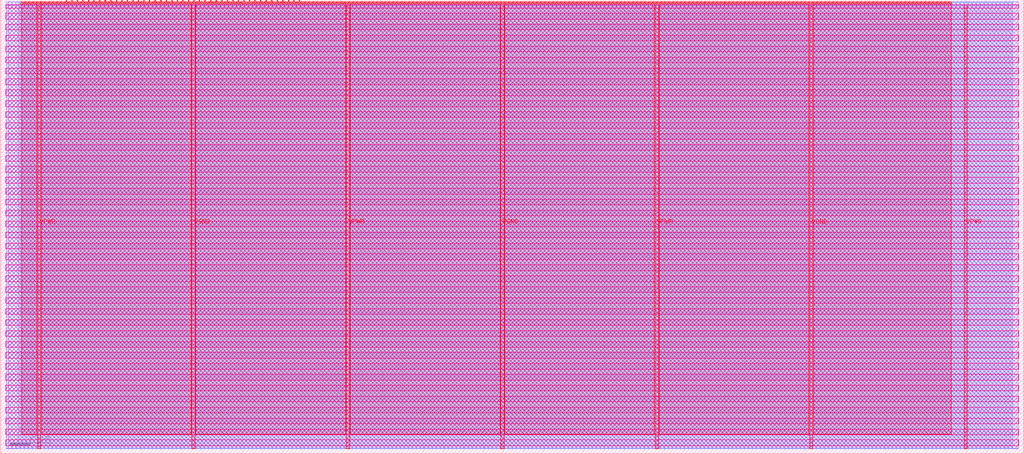
<source format=lef>
VERSION 5.7 ;
  NOWIREEXTENSIONATPIN ON ;
  DIVIDERCHAR "/" ;
  BUSBITCHARS "[]" ;
MACRO tt_um_urish_silife
  CLASS BLOCK ;
  FOREIGN tt_um_urish_silife ;
  ORIGIN 0.000 0.000 ;
  SIZE 508.760 BY 225.760 ;
  PIN VGND
    DIRECTION INOUT ;
    USE GROUND ;
    PORT
      LAYER met4 ;
        RECT 95.080 2.480 96.680 223.280 ;
    END
    PORT
      LAYER met4 ;
        RECT 248.680 2.480 250.280 223.280 ;
    END
    PORT
      LAYER met4 ;
        RECT 402.280 2.480 403.880 223.280 ;
    END
  END VGND
  PIN VPWR
    DIRECTION INOUT ;
    USE POWER ;
    PORT
      LAYER met4 ;
        RECT 18.280 2.480 19.880 223.280 ;
    END
    PORT
      LAYER met4 ;
        RECT 171.880 2.480 173.480 223.280 ;
    END
    PORT
      LAYER met4 ;
        RECT 325.480 2.480 327.080 223.280 ;
    END
    PORT
      LAYER met4 ;
        RECT 479.080 2.480 480.680 223.280 ;
    END
  END VPWR
  PIN clk
    DIRECTION INPUT ;
    USE SIGNAL ;
    ANTENNAGATEAREA 0.852000 ;
    PORT
      LAYER met4 ;
        RECT 145.670 224.760 145.970 225.760 ;
    END
  END clk
  PIN ena
    DIRECTION INPUT ;
    USE SIGNAL ;
    PORT
      LAYER met4 ;
        RECT 148.430 224.760 148.730 225.760 ;
    END
  END ena
  PIN rst_n
    DIRECTION INPUT ;
    USE SIGNAL ;
    ANTENNAGATEAREA 0.196500 ;
    PORT
      LAYER met4 ;
        RECT 142.910 224.760 143.210 225.760 ;
    END
  END rst_n
  PIN ui_in[0]
    DIRECTION INPUT ;
    USE SIGNAL ;
    ANTENNAGATEAREA 0.159000 ;
    PORT
      LAYER met4 ;
        RECT 140.150 224.760 140.450 225.760 ;
    END
  END ui_in[0]
  PIN ui_in[1]
    DIRECTION INPUT ;
    USE SIGNAL ;
    ANTENNAGATEAREA 0.213000 ;
    PORT
      LAYER met4 ;
        RECT 137.390 224.760 137.690 225.760 ;
    END
  END ui_in[1]
  PIN ui_in[2]
    DIRECTION INPUT ;
    USE SIGNAL ;
    ANTENNAGATEAREA 0.247500 ;
    PORT
      LAYER met4 ;
        RECT 134.630 224.760 134.930 225.760 ;
    END
  END ui_in[2]
  PIN ui_in[3]
    DIRECTION INPUT ;
    USE SIGNAL ;
    ANTENNAGATEAREA 0.159000 ;
    PORT
      LAYER met4 ;
        RECT 131.870 224.760 132.170 225.760 ;
    END
  END ui_in[3]
  PIN ui_in[4]
    DIRECTION INPUT ;
    USE SIGNAL ;
    ANTENNAGATEAREA 0.159000 ;
    PORT
      LAYER met4 ;
        RECT 129.110 224.760 129.410 225.760 ;
    END
  END ui_in[4]
  PIN ui_in[5]
    DIRECTION INPUT ;
    USE SIGNAL ;
    ANTENNAGATEAREA 0.247500 ;
    PORT
      LAYER met4 ;
        RECT 126.350 224.760 126.650 225.760 ;
    END
  END ui_in[5]
  PIN ui_in[6]
    DIRECTION INPUT ;
    USE SIGNAL ;
    ANTENNAGATEAREA 0.213000 ;
    PORT
      LAYER met4 ;
        RECT 123.590 224.760 123.890 225.760 ;
    END
  END ui_in[6]
  PIN ui_in[7]
    DIRECTION INPUT ;
    USE SIGNAL ;
    ANTENNAGATEAREA 0.213000 ;
    PORT
      LAYER met4 ;
        RECT 120.830 224.760 121.130 225.760 ;
    END
  END ui_in[7]
  PIN uio_in[0]
    DIRECTION INPUT ;
    USE SIGNAL ;
    ANTENNAGATEAREA 0.196500 ;
    PORT
      LAYER met4 ;
        RECT 118.070 224.760 118.370 225.760 ;
    END
  END uio_in[0]
  PIN uio_in[1]
    DIRECTION INPUT ;
    USE SIGNAL ;
    ANTENNAGATEAREA 0.196500 ;
    PORT
      LAYER met4 ;
        RECT 115.310 224.760 115.610 225.760 ;
    END
  END uio_in[1]
  PIN uio_in[2]
    DIRECTION INPUT ;
    USE SIGNAL ;
    ANTENNAGATEAREA 0.196500 ;
    PORT
      LAYER met4 ;
        RECT 112.550 224.760 112.850 225.760 ;
    END
  END uio_in[2]
  PIN uio_in[3]
    DIRECTION INPUT ;
    USE SIGNAL ;
    ANTENNAGATEAREA 0.196500 ;
    PORT
      LAYER met4 ;
        RECT 109.790 224.760 110.090 225.760 ;
    END
  END uio_in[3]
  PIN uio_in[4]
    DIRECTION INPUT ;
    USE SIGNAL ;
    ANTENNAGATEAREA 0.196500 ;
    PORT
      LAYER met4 ;
        RECT 107.030 224.760 107.330 225.760 ;
    END
  END uio_in[4]
  PIN uio_in[5]
    DIRECTION INPUT ;
    USE SIGNAL ;
    ANTENNAGATEAREA 0.196500 ;
    PORT
      LAYER met4 ;
        RECT 104.270 224.760 104.570 225.760 ;
    END
  END uio_in[5]
  PIN uio_in[6]
    DIRECTION INPUT ;
    USE SIGNAL ;
    ANTENNAGATEAREA 0.196500 ;
    PORT
      LAYER met4 ;
        RECT 101.510 224.760 101.810 225.760 ;
    END
  END uio_in[6]
  PIN uio_in[7]
    DIRECTION INPUT ;
    USE SIGNAL ;
    ANTENNAGATEAREA 0.196500 ;
    PORT
      LAYER met4 ;
        RECT 98.750 224.760 99.050 225.760 ;
    END
  END uio_in[7]
  PIN uio_oe[0]
    DIRECTION OUTPUT TRISTATE ;
    USE SIGNAL ;
    PORT
      LAYER met4 ;
        RECT 51.830 224.760 52.130 225.760 ;
    END
  END uio_oe[0]
  PIN uio_oe[1]
    DIRECTION OUTPUT TRISTATE ;
    USE SIGNAL ;
    PORT
      LAYER met4 ;
        RECT 49.070 224.760 49.370 225.760 ;
    END
  END uio_oe[1]
  PIN uio_oe[2]
    DIRECTION OUTPUT TRISTATE ;
    USE SIGNAL ;
    PORT
      LAYER met4 ;
        RECT 46.310 224.760 46.610 225.760 ;
    END
  END uio_oe[2]
  PIN uio_oe[3]
    DIRECTION OUTPUT TRISTATE ;
    USE SIGNAL ;
    PORT
      LAYER met4 ;
        RECT 43.550 224.760 43.850 225.760 ;
    END
  END uio_oe[3]
  PIN uio_oe[4]
    DIRECTION OUTPUT TRISTATE ;
    USE SIGNAL ;
    PORT
      LAYER met4 ;
        RECT 40.790 224.760 41.090 225.760 ;
    END
  END uio_oe[4]
  PIN uio_oe[5]
    DIRECTION OUTPUT TRISTATE ;
    USE SIGNAL ;
    PORT
      LAYER met4 ;
        RECT 38.030 224.760 38.330 225.760 ;
    END
  END uio_oe[5]
  PIN uio_oe[6]
    DIRECTION OUTPUT TRISTATE ;
    USE SIGNAL ;
    PORT
      LAYER met4 ;
        RECT 35.270 224.760 35.570 225.760 ;
    END
  END uio_oe[6]
  PIN uio_oe[7]
    DIRECTION OUTPUT TRISTATE ;
    USE SIGNAL ;
    PORT
      LAYER met4 ;
        RECT 32.510 224.760 32.810 225.760 ;
    END
  END uio_oe[7]
  PIN uio_out[0]
    DIRECTION OUTPUT TRISTATE ;
    USE SIGNAL ;
    PORT
      LAYER met4 ;
        RECT 73.910 224.760 74.210 225.760 ;
    END
  END uio_out[0]
  PIN uio_out[1]
    DIRECTION OUTPUT TRISTATE ;
    USE SIGNAL ;
    PORT
      LAYER met4 ;
        RECT 71.150 224.760 71.450 225.760 ;
    END
  END uio_out[1]
  PIN uio_out[2]
    DIRECTION OUTPUT TRISTATE ;
    USE SIGNAL ;
    PORT
      LAYER met4 ;
        RECT 68.390 224.760 68.690 225.760 ;
    END
  END uio_out[2]
  PIN uio_out[3]
    DIRECTION OUTPUT TRISTATE ;
    USE SIGNAL ;
    PORT
      LAYER met4 ;
        RECT 65.630 224.760 65.930 225.760 ;
    END
  END uio_out[3]
  PIN uio_out[4]
    DIRECTION OUTPUT TRISTATE ;
    USE SIGNAL ;
    PORT
      LAYER met4 ;
        RECT 62.870 224.760 63.170 225.760 ;
    END
  END uio_out[4]
  PIN uio_out[5]
    DIRECTION OUTPUT TRISTATE ;
    USE SIGNAL ;
    PORT
      LAYER met4 ;
        RECT 60.110 224.760 60.410 225.760 ;
    END
  END uio_out[5]
  PIN uio_out[6]
    DIRECTION OUTPUT TRISTATE ;
    USE SIGNAL ;
    PORT
      LAYER met4 ;
        RECT 57.350 224.760 57.650 225.760 ;
    END
  END uio_out[6]
  PIN uio_out[7]
    DIRECTION OUTPUT TRISTATE ;
    USE SIGNAL ;
    PORT
      LAYER met4 ;
        RECT 54.590 224.760 54.890 225.760 ;
    END
  END uio_out[7]
  PIN uo_out[0]
    DIRECTION OUTPUT TRISTATE ;
    USE SIGNAL ;
    ANTENNADIFFAREA 0.795200 ;
    PORT
      LAYER met4 ;
        RECT 95.990 224.760 96.290 225.760 ;
    END
  END uo_out[0]
  PIN uo_out[1]
    DIRECTION OUTPUT TRISTATE ;
    USE SIGNAL ;
    ANTENNADIFFAREA 0.795200 ;
    PORT
      LAYER met4 ;
        RECT 93.230 224.760 93.530 225.760 ;
    END
  END uo_out[1]
  PIN uo_out[2]
    DIRECTION OUTPUT TRISTATE ;
    USE SIGNAL ;
    ANTENNADIFFAREA 0.795200 ;
    PORT
      LAYER met4 ;
        RECT 90.470 224.760 90.770 225.760 ;
    END
  END uo_out[2]
  PIN uo_out[3]
    DIRECTION OUTPUT TRISTATE ;
    USE SIGNAL ;
    ANTENNADIFFAREA 0.891000 ;
    PORT
      LAYER met4 ;
        RECT 87.710 224.760 88.010 225.760 ;
    END
  END uo_out[3]
  PIN uo_out[4]
    DIRECTION OUTPUT TRISTATE ;
    USE SIGNAL ;
    ANTENNADIFFAREA 0.891000 ;
    PORT
      LAYER met4 ;
        RECT 84.950 224.760 85.250 225.760 ;
    END
  END uo_out[4]
  PIN uo_out[5]
    DIRECTION OUTPUT TRISTATE ;
    USE SIGNAL ;
    ANTENNADIFFAREA 0.891000 ;
    PORT
      LAYER met4 ;
        RECT 82.190 224.760 82.490 225.760 ;
    END
  END uo_out[5]
  PIN uo_out[6]
    DIRECTION OUTPUT TRISTATE ;
    USE SIGNAL ;
    ANTENNADIFFAREA 0.891000 ;
    PORT
      LAYER met4 ;
        RECT 79.430 224.760 79.730 225.760 ;
    END
  END uo_out[6]
  PIN uo_out[7]
    DIRECTION OUTPUT TRISTATE ;
    USE SIGNAL ;
    ANTENNADIFFAREA 0.911000 ;
    PORT
      LAYER met4 ;
        RECT 76.670 224.760 76.970 225.760 ;
    END
  END uo_out[7]
  OBS
      LAYER nwell ;
        RECT 2.570 221.625 506.190 223.230 ;
        RECT 2.570 216.185 506.190 219.015 ;
        RECT 2.570 210.745 506.190 213.575 ;
        RECT 2.570 205.305 506.190 208.135 ;
        RECT 2.570 199.865 506.190 202.695 ;
        RECT 2.570 194.425 506.190 197.255 ;
        RECT 2.570 188.985 506.190 191.815 ;
        RECT 2.570 183.545 506.190 186.375 ;
        RECT 2.570 178.105 506.190 180.935 ;
        RECT 2.570 172.665 506.190 175.495 ;
        RECT 2.570 167.225 506.190 170.055 ;
        RECT 2.570 161.785 506.190 164.615 ;
        RECT 2.570 156.345 506.190 159.175 ;
        RECT 2.570 150.905 506.190 153.735 ;
        RECT 2.570 145.465 506.190 148.295 ;
        RECT 2.570 140.025 506.190 142.855 ;
        RECT 2.570 134.585 506.190 137.415 ;
        RECT 2.570 129.145 506.190 131.975 ;
        RECT 2.570 123.705 506.190 126.535 ;
        RECT 2.570 118.265 506.190 121.095 ;
        RECT 2.570 112.825 506.190 115.655 ;
        RECT 2.570 107.385 506.190 110.215 ;
        RECT 2.570 101.945 506.190 104.775 ;
        RECT 2.570 96.505 506.190 99.335 ;
        RECT 2.570 91.065 506.190 93.895 ;
        RECT 2.570 85.625 506.190 88.455 ;
        RECT 2.570 80.185 506.190 83.015 ;
        RECT 2.570 74.745 506.190 77.575 ;
        RECT 2.570 69.305 506.190 72.135 ;
        RECT 2.570 63.865 506.190 66.695 ;
        RECT 2.570 58.425 506.190 61.255 ;
        RECT 2.570 52.985 506.190 55.815 ;
        RECT 2.570 47.545 506.190 50.375 ;
        RECT 2.570 42.105 506.190 44.935 ;
        RECT 2.570 36.665 506.190 39.495 ;
        RECT 2.570 31.225 506.190 34.055 ;
        RECT 2.570 25.785 506.190 28.615 ;
        RECT 2.570 20.345 506.190 23.175 ;
        RECT 2.570 14.905 506.190 17.735 ;
        RECT 2.570 9.465 506.190 12.295 ;
        RECT 2.570 4.025 506.190 6.855 ;
      LAYER li1 ;
        RECT 2.760 2.635 506.000 223.125 ;
      LAYER met1 ;
        RECT 2.760 2.480 506.000 224.700 ;
      LAYER met2 ;
        RECT 3.780 2.535 503.150 224.730 ;
      LAYER met3 ;
        RECT 8.805 2.555 503.175 224.225 ;
      LAYER met4 ;
        RECT 10.415 224.360 32.110 224.760 ;
        RECT 33.210 224.360 34.870 224.760 ;
        RECT 35.970 224.360 37.630 224.760 ;
        RECT 38.730 224.360 40.390 224.760 ;
        RECT 41.490 224.360 43.150 224.760 ;
        RECT 44.250 224.360 45.910 224.760 ;
        RECT 47.010 224.360 48.670 224.760 ;
        RECT 49.770 224.360 51.430 224.760 ;
        RECT 52.530 224.360 54.190 224.760 ;
        RECT 55.290 224.360 56.950 224.760 ;
        RECT 58.050 224.360 59.710 224.760 ;
        RECT 60.810 224.360 62.470 224.760 ;
        RECT 63.570 224.360 65.230 224.760 ;
        RECT 66.330 224.360 67.990 224.760 ;
        RECT 69.090 224.360 70.750 224.760 ;
        RECT 71.850 224.360 73.510 224.760 ;
        RECT 74.610 224.360 76.270 224.760 ;
        RECT 77.370 224.360 79.030 224.760 ;
        RECT 80.130 224.360 81.790 224.760 ;
        RECT 82.890 224.360 84.550 224.760 ;
        RECT 85.650 224.360 87.310 224.760 ;
        RECT 88.410 224.360 90.070 224.760 ;
        RECT 91.170 224.360 92.830 224.760 ;
        RECT 93.930 224.360 95.590 224.760 ;
        RECT 96.690 224.360 98.350 224.760 ;
        RECT 99.450 224.360 101.110 224.760 ;
        RECT 102.210 224.360 103.870 224.760 ;
        RECT 104.970 224.360 106.630 224.760 ;
        RECT 107.730 224.360 109.390 224.760 ;
        RECT 110.490 224.360 112.150 224.760 ;
        RECT 113.250 224.360 114.910 224.760 ;
        RECT 116.010 224.360 117.670 224.760 ;
        RECT 118.770 224.360 120.430 224.760 ;
        RECT 121.530 224.360 123.190 224.760 ;
        RECT 124.290 224.360 125.950 224.760 ;
        RECT 127.050 224.360 128.710 224.760 ;
        RECT 129.810 224.360 131.470 224.760 ;
        RECT 132.570 224.360 134.230 224.760 ;
        RECT 135.330 224.360 136.990 224.760 ;
        RECT 138.090 224.360 139.750 224.760 ;
        RECT 140.850 224.360 142.510 224.760 ;
        RECT 143.610 224.360 145.270 224.760 ;
        RECT 146.370 224.360 148.030 224.760 ;
        RECT 149.130 224.360 472.585 224.760 ;
        RECT 10.415 223.680 472.585 224.360 ;
        RECT 10.415 9.695 17.880 223.680 ;
        RECT 20.280 9.695 94.680 223.680 ;
        RECT 97.080 9.695 171.480 223.680 ;
        RECT 173.880 9.695 248.280 223.680 ;
        RECT 250.680 9.695 325.080 223.680 ;
        RECT 327.480 9.695 401.880 223.680 ;
        RECT 404.280 9.695 472.585 223.680 ;
  END
END tt_um_urish_silife
END LIBRARY


</source>
